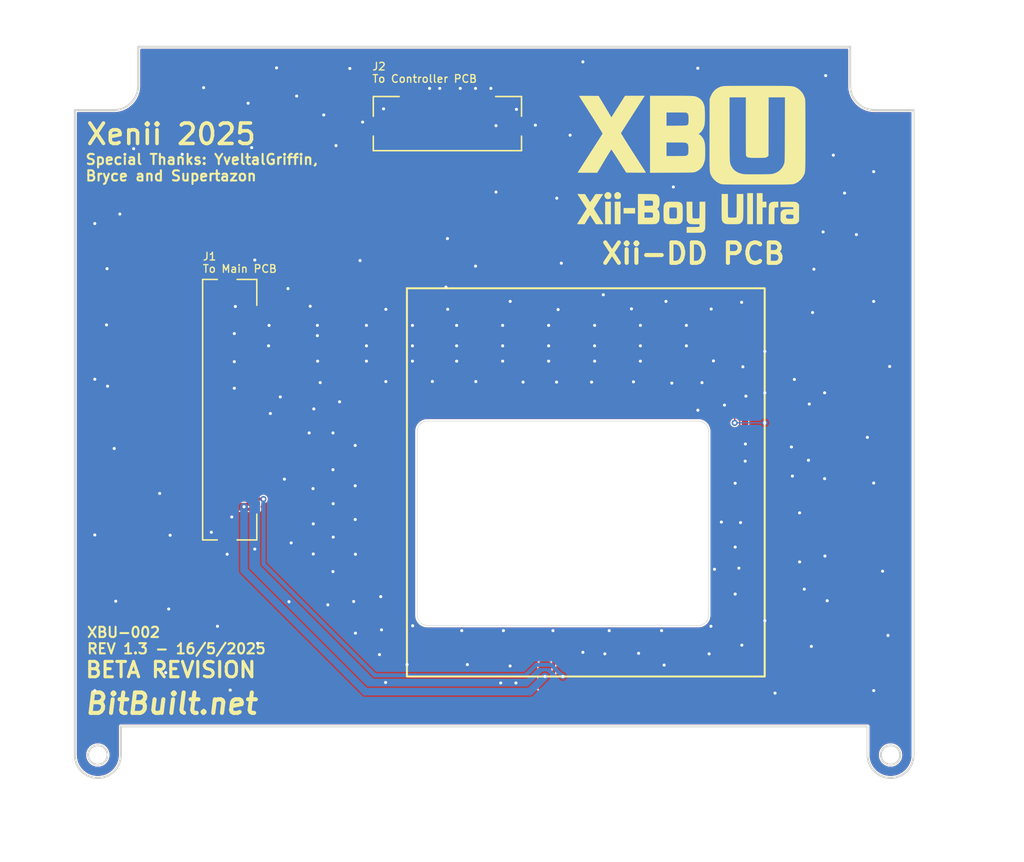
<source format=kicad_pcb>
(kicad_pcb (version 20241229) (generator "pcbnew") (generator_version "9.0")
  (layers (0 "F.Cu" signal) (2 "B.Cu" signal) (13 "F.Paste" user) (15 "B.Paste" user) (5 "F.SilkS" user "F.Silkscreen") (7 "B.SilkS" user "B.Silkscreen") (1 "F.Mask" user) (3 "B.Mask" user) (25 "Edge.Cuts" user))
  (net 0 "")
  (net 1 "GND")
  (net 2 "+1V8")
  (net 3 "R-")
  (net 4 "L+")
  (net 5 "LT")
  (net 6 "RZ")
  (net 7 "L-")
  (net 8 "R+")
  (net 9 "RT")
  (net 10 "LZ")
  (net 11 "L")
  (net 12 "GCC")
  (net 13 "R")
  (net 14 "+3V3")
  (net 15 "54")
  (net 16 "SDW")
  (net 17 "V6")
  (net 18 "CK")
  (net 19 "V7")
  (net 20 "V4")
  (net 21 "V0")
  (net 22 "V5")
  (net 23 "CS")
  (net 24 "V1")
  (net 25 "V3")
  (net 26 "DI")
  (net 27 "SCW")
  (net 28 "V2")
  (footprint "5051104091:CON_5051104091_MOL" (layer "F.Cu") (at 140.2 86.8 -90)
    (property "Reference" "J1" (hide yes))
    (property "Value" "5051104091" (hide yes))
    (pad "1" smd roundrect (at -9.750001 -2.45 270) (size 0.3 1) (layers "F.Cu" "F.Mask" "F.Paste") (net 1 "GND"))
    (pad "2" smd roundrect (at -9.250002 -2.45 270) (size 0.3 1) (layers "F.Cu" "F.Mask" "F.Paste") (net 21 "V0"))
    (pad "3" smd roundrect (at -8.75 -2.45 270) (size 0.3 1) (layers "F.Cu" "F.Mask" "F.Paste") (net 25 "V3"))
    (pad "4" smd roundrect (at -8.250001 -2.45 270) (size 0.3 1) (layers "F.Cu" "F.Mask" "F.Paste") (net 1 "GND"))
    (pad "5" smd roundrect (at -7.75 -2.45 270) (size 0.3 1) (layers "F.Cu" "F.Mask" "F.Paste") (net 15 "54"))
    (pad "6" smd roundrect (at -7.250001 -2.45 270) (size 0.3 1) (layers "F.Cu" "F.Mask" "F.Paste") (net 1 "GND"))
    (pad "7" smd roundrect (at -6.750002 -2.45 270) (size 0.3 1) (layers "F.Cu" "F.Mask" "F.Paste") (net 19 "V7"))
    (pad "8" smd roundrect (at -6.25 -2.45 270) (size 0.3 1) (layers "F.Cu" "F.Mask" "F.Paste") (net 1 "GND"))
    (pad "9" smd roundrect (at -5.750001 -2.45 270) (size 0.3 1) (layers "F.Cu" "F.Mask" "F.Paste") (net 16 "SDW"))
    (pad "10" smd roundrect (at -5.250002 -2.45 270) (size 0.3 1) (layers "F.Cu" "F.Mask" "F.Paste") (net 27 "SCW"))
    (pad "11" smd roundrect (at -4.750001 -2.45 270) (size 0.3 1) (layers "F.Cu" "F.Mask" "F.Paste") (net 1 "GND"))
    (pad "12" smd roundrect (at -4.250002 -2.45 270) (size 0.3 1) (layers "F.Cu" "F.Mask" "F.Paste") (net 17 "V6"))
    (pad "13" smd roundrect (at -3.75 -2.45 270) (size 0.3 1) (layers "F.Cu" "F.Mask" "F.Paste") (net 23 "CS"))
    (pad "14" smd roundrect (at -3.250001 -2.45 270) (size 0.3 1) (layers "F.Cu" "F.Mask" "F.Paste") (net 22 "V5"))
    (pad "15" smd roundrect (at -2.750002 -2.45 270) (size 0.3 1) (layers "F.Cu" "F.Mask" "F.Paste") (net 20 "V4"))
    (pad "16" smd roundrect (at -2.250001 -2.45 270) (size 0.3 1) (layers "F.Cu" "F.Mask" "F.Paste") (net 28 "V2"))
    (pad "17" smd roundrect (at -1.750002 -2.45 270) (size 0.3 1) (layers "F.Cu" "F.Mask" "F.Paste") (net 24 "V1"))
    (pad "18" smd roundrect (at -1.25 -2.45 270) (size 0.3 1) (layers "F.Cu" "F.Mask" "F.Paste") (net 1 "GND"))
    (pad "19" smd roundrect (at -0.750001 -2.45 270) (size 0.3 1) (layers "F.Cu" "F.Mask" "F.Paste") (net 26 "DI"))
    (pad "20" smd roundrect (at -0.250002 -2.45 270) (size 0.3 1) (layers "F.Cu" "F.Mask" "F.Paste") (net 18 "CK"))
    (pad "21" smd roundrect (at 0.25 -2.45 270) (size 0.3 1) (layers "F.Cu" "F.Mask" "F.Paste") (net 1 "GND"))
    (pad "22" smd roundrect (at 0.749998 -2.45 270) (size 0.3 1) (layers "F.Cu" "F.Mask" "F.Paste") (net 7 "L-"))
    (pad "23" smd roundrect (at 1.25 -2.45 270) (size 0.3 1) (layers "F.Cu" "F.Mask" "F.Paste") (net 4 "L+"))
    (pad "24" smd roundrect (at 1.749999 -2.45 270) (size 0.3 1) (layers "F.Cu" "F.Mask" "F.Paste") (net 1 "GND"))
    (pad "25" smd roundrect (at 2.249998 -2.45 270) (size 0.3 1) (layers "F.Cu" "F.Mask" "F.Paste") (net 3 "R-"))
    (pad "26" smd roundrect (at 2.75 -2.45 270) (size 0.3 1) (layers "F.Cu" "F.Mask" "F.Paste") (net 8 "R+"))
    (pad "27" smd roundrect (at 3.249999 -2.45 270) (size 0.3 1) (layers "F.Cu" "F.Mask" "F.Paste") (net 1 "GND"))
    (pad "28" smd roundrect (at 3.75 -2.45 270) (size 0.3 1) (layers "F.Cu" "F.Mask" "F.Paste") (net 11 "L"))
    (pad "29" smd roundrect (at 4.249999 -2.45 270) (size 0.3 1) (layers "F.Cu" "F.Mask" "F.Paste") (net 5 "LT"))
    (pad "30" smd roundrect (at 4.749998 -2.45 270) (size 0.3 1) (layers "F.Cu" "F.Mask" "F.Paste") (net 10 "LZ"))
    (pad "31" smd roundrect (at 5.25 -2.45 270) (size 0.3 1) (layers "F.Cu" "F.Mask" "F.Paste") (net 1 "GND"))
    (pad "32" smd roundrect (at 5.749999 -2.45 270) (size 0.3 1) (layers "F.Cu" "F.Mask" "F.Paste") (net 12 "GCC"))
    (pad "33" smd roundrect (at 6.25 -2.45 270) (size 0.3 1) (layers "F.Cu" "F.Mask" "F.Paste") (net 1 "GND"))
    (pad "34" smd roundrect (at 6.749999 -2.45 270) (size 0.3 1) (layers "F.Cu" "F.Mask" "F.Paste") (net 13 "R"))
    (pad "35" smd roundrect (at 7.249998 -2.45 270) (size 0.3 1) (layers "F.Cu" "F.Mask" "F.Paste") (net 9 "RT"))
    (pad "36" smd roundrect (at 7.75 -2.45 270) (size 0.3 1) (layers "F.Cu" "F.Mask" "F.Paste") (net 6 "RZ"))
    (pad "37" smd roundrect (at 8.249999 -2.45 270) (size 0.3 1) (layers "F.Cu" "F.Mask" "F.Paste") (net 1 "GND"))
    (pad "38" smd roundrect (at 8.75 -2.45 270) (size 0.3 1) (layers "F.Cu" "F.Mask" "F.Paste") (net 2 "+1V8"))
    (pad "39" smd roundrect (at 9.249999 -2.45 270) (size 0.3 1) (layers "F.Cu" "F.Mask" "F.Paste") (net 14 "+3V3"))
    (pad "40" smd roundrect (at 9.749998 -2.45 270) (size 0.3 1) (layers "F.Cu" "F.Mask" "F.Paste") (net 14 "+3V3"))
    (pad "P1" smd roundrect (at -12.049981 0.249999 270) (size 2 1.3) (layers "F.Cu" "F.Mask" "F.Paste") (roundrect_rratio 0.1923076923) (net 1 "GND"))
    (pad "P2" smd roundrect (at 12.049981 0.249999 270) (size 2 1.3) (layers "F.Cu" "F.Mask" "F.Paste") (roundrect_rratio 0.1923076923) (net 1 "GND"))
  )
  (footprint "5051101892:CON_5051101892_MOL" (layer "F.Cu") (at 161.497 58.796)
    (property "Reference" "J3" (hide yes))
    (property "Value" "5051101892" (hide yes))
    (pad "1" smd roundrect (at -4.249999 -2.45) (size 0.3 1) (layers "F.Cu" "F.Mask" "F.Paste") (net 14 "+3V3"))
    (pad "2" smd roundrect (at -3.75 -2.45) (size 0.3 1) (layers "F.Cu" "F.Mask" "F.Paste") (net 14 "+3V3"))
    (pad "3" smd roundrect (at -3.249999 -2.45) (size 0.3 1) (layers "F.Cu" "F.Mask" "F.Paste") (net 6 "RZ"))
    (pad "4" smd roundrect (at -2.75 -2.45) (size 0.3 1) (layers "F.Cu" "F.Mask" "F.Paste") (net 9 "RT"))
    (pad "5" smd roundrect (at -2.249998 -2.45) (size 0.3 1) (layers "F.Cu" "F.Mask" "F.Paste") (net 13 "R"))
    (pad "6" smd roundrect (at -1.749999 -2.45) (size 0.3 1) (layers "F.Cu" "F.Mask" "F.Paste") (net 1 "GND"))
    (pad "7" smd roundrect (at -1.25 -2.45) (size 0.3 1) (layers "F.Cu" "F.Mask" "F.Paste") (net 12 "GCC"))
    (pad "8" smd roundrect (at -0.749998 -2.45) (size 0.3 1) (layers "F.Cu" "F.Mask" "F.Paste") (net 1 "GND"))
    (pad "9" smd roundrect (at -0.25 -2.45) (size 0.3 1) (layers "F.Cu" "F.Mask" "F.Paste") (net 10 "LZ"))
    (pad "10" smd roundrect (at 0.250002 -2.45) (size 0.3 1) (layers "F.Cu" "F.Mask" "F.Paste") (net 5 "LT"))
    (pad "11" smd roundrect (at 0.750001 -2.45) (size 0.3 1) (layers "F.Cu" "F.Mask" "F.Paste") (net 11 "L"))
    (pad "12" smd roundrect (at 1.25 -2.45) (size 0.3 1) (layers "F.Cu" "F.Mask" "F.Paste") (net 1 "GND"))
    (pad "13" smd roundrect (at 1.750002 -2.45) (size 0.3 1) (layers "F.Cu" "F.Mask" "F.Paste") (net 8 "R+"))
    (pad "14" smd roundrect (at 2.250001 -2.45) (size 0.3 1) (layers "F.Cu" "F.Mask" "F.Paste") (net 3 "R-"))
    (pad "15" smd roundrect (at 2.750002 -2.45) (size 0.3 1) (layers "F.Cu" "F.Mask" "F.Paste") (net 1 "GND"))
    (pad "16" smd roundrect (at 3.250001 -2.45) (size 0.3 1) (layers "F.Cu" "F.Mask" "F.Paste") (net 4 "L+"))
    (pad "17" smd roundrect (at 3.75 -2.45) (size 0.3 1) (layers "F.Cu" "F.Mask" "F.Paste") (net 7 "L-"))
    (pad "18" smd roundrect (at 4.250002 -2.45) (size 0.3 1) (layers "F.Cu" "F.Mask" "F.Paste") (net 1 "GND"))
    (pad "P1" smd roundrect (at -6.549992 0.249999) (size 2 1.3) (layers "F.Cu" "F.Mask" "F.Paste") (roundrect_rratio 0.1923076923) (net 1 "GND"))
    (pad "P2" smd roundrect (at 6.549992 0.249999) (size 2 1.3) (layers "F.Cu" "F.Mask" "F.Paste") (roundrect_rratio 0.1923076923) (net 1 "GND"))
  )
  (footprint "RVLDD:RVLDD_Pads" (layer "F.Cu") (at 192.537 112.917)
    (property "Reference" "U1" (hide yes))
    (property "Value" "~" (hide yes))
    (fp_line (start -34 -24) (end -34 -6) (stroke (width 0.05)) (layer "Edge.Cuts"))
    (fp_line (start -33 -25) (end -6.5 -25) (stroke (width 0.05)) (layer "Edge.Cuts"))
    (fp_line (start -33 -5) (end -6.5 -5) (stroke (width 0.05)) (layer "Edge.Cuts"))
    (fp_line (start -5.5 -24) (end -5.5 -6) (stroke (width 0.05)) (layer "Edge.Cuts"))
    (fp_arc (start -34 -24) (mid -33.707107 -24.707107) (end -33 -25) (stroke (width 0.05)) (layer "Edge.Cuts"))
    (fp_arc (start -33 -5) (mid -33.707107 -5.292893) (end -34 -6) (stroke (width 0.05)) (layer "Edge.Cuts"))
    (fp_arc (start -6.5 -25) (mid -5.792893 -24.707107) (end -5.5 -24) (stroke (width 0.05)) (layer "Edge.Cuts"))
    (fp_arc (start -5.5 -6) (mid -5.792893 -5.292893) (end -6.5 -5) (stroke (width 0.05)) (layer "Edge.Cuts"))
    (pad "1" smd roundrect (at 0 -24.83) (size 3 1.25) (layers "F.Cu" "F.Mask" "F.Paste") (net 27 "SCW"))
    (pad "2" smd roundrect (at 0 -23.33) (size 3 1.25) (layers "F.Cu" "F.Mask" "F.Paste") (net 19 "V7"))
    (pad "3" smd roundrect (at 0 -21.83) (size 3 1.25) (layers "F.Cu" "F.Mask" "F.Paste") (net 16 "SDW"))
    (pad "4" smd roundrect (at 0 -20.33) (size 3 1.25) (layers "F.Cu" "F.Mask" "F.Paste") (net 17 "V6"))
    (pad "5" smd roundrect (at 0 -18.83) (size 3 1.25) (layers "F.Cu" "F.Mask" "F.Paste") (net 1 "GND"))
    (pad "6" smd roundrect (at 0 -17.33) (size 3 1.25) (layers "F.Cu" "F.Mask" "F.Paste") (net 15 "54"))
    (pad "7" smd roundrect (at 0 -15.83) (size 3 1.25) (layers "F.Cu" "F.Mask" "F.Paste") (net 23 "CS"))
    (pad "8" smd roundrect (at 0 -14.33) (size 3 1.25) (layers "F.Cu" "F.Mask" "F.Paste") (net 22 "V5"))
    (pad "9" smd roundrect (at 0 -12.83) (size 3 1.25) (layers "F.Cu" "F.Mask" "F.Paste") (net 25 "V3"))
    (pad "10" smd roundrect (at 0 -11.33) (size 3 1.25) (layers "F.Cu" "F.Mask" "F.Paste") (net 20 "V4"))
    (pad "11" smd roundrect (at 0 -9.83 180) (size 3 1.25) (layers "F.Cu" "F.Mask" "F.Paste") (net 28 "V2"))
    (pad "12" smd roundrect (at 0 -8.33 180) (size 3 1.25) (layers "F.Cu" "F.Mask" "F.Paste") (net 21 "V0"))
    (pad "13" smd roundrect (at 0 -6.83 180) (size 3 1.25) (layers "F.Cu" "F.Mask" "F.Paste") (net 24 "V1"))
    (pad "14" smd roundrect (at -14.75 0 90) (size 3 1.25) (layers "F.Cu" "F.Mask" "F.Paste") (net 18 "CK"))
    (pad "15" smd roundrect (at -16.5 0 90) (size 3 1.25) (layers "F.Cu" "F.Mask" "F.Paste") (net 26 "DI"))
    (pad "16" smd roundrect (at -19.75 0 90) (size 3 1.25) (layers "F.Cu" "F.Mask" "F.Paste") (net 2 "+1V8"))
    (pad "17" smd roundrect (at -21.5 0 90) (size 3 1.25) (layers "F.Cu" "F.Mask" "F.Paste") (net 14 "+3V3"))
    (pad "18" smd roundrect (at -23.25 0 90) (size 3 1.25) (layers "F.Cu" "F.Mask" "F.Paste") (net 1 "GND"))
  )
  (footprint "LOGO" (layer "F.Cu") (at 185.437508 62.39753)
    (property "Reference" "G***" (hide yes))
    (property "Value" "LOGO" (hide yes))
  )
  (gr_line (start 125.05 57.475) (end 125.05 120.6) (stroke (width 0.2)) (layer "Edge.Cuts"))
  (gr_line (start 129.55 120.6) (end 129.55 117.8) (stroke (width 0.2)) (layer "Edge.Cuts"))
  (gr_line (start 202.6 117.8) (end 202.599999 120.599997) (stroke (width 0.2)) (layer "Edge.Cuts"))
  (gr_arc (start 131.25 55.079886) (mid 130.548785 56.770324) (end 128.849993 57.475) (stroke (width 0.2)) (layer "Edge.Cuts"))
  (gr_circle (center 204.85 120.6) (end 204.85 121.55) (stroke (width 0.2)) (fill no) (layer "Edge.Cuts"))
  (gr_line (start 128.849993 57.475) (end 125.05 57.475) (stroke (width 0.2)) (layer "Edge.Cuts"))
  (gr_line (start 200.9 51.275) (end 131.25 51.275) (stroke (width 0.2)) (layer "Edge.Cuts"))
  (gr_line (start 207.1 120.599998) (end 207.1 57.475) (stroke (width 0.2)) (layer "Edge.Cuts"))
  (gr_arc (start 207.1 120.599998) (mid 204.85 122.849999) (end 202.599999 120.599997) (stroke (width 0.2)) (layer "Edge.Cuts"))
  (gr_line (start 129.55 117.8) (end 202.6 117.8) (stroke (width 0.2)) (layer "Edge.Cuts"))
  (gr_line (start 200.9 55.075034) (end 200.9 51.275) (stroke (width 0.2)) (layer "Edge.Cuts"))
  (gr_line (start 207.1 57.475) (end 203.28422 57.475) (stroke (width 0.2)) (layer "Edge.Cuts"))
  (gr_arc (start 129.55 120.6) (mid 127.3 122.85) (end 125.05 120.6) (stroke (width 0.2)) (layer "Edge.Cuts"))
  (gr_circle (center 127.3 120.6) (end 127.3 121.55) (stroke (width 0.2)) (fill no) (layer "Edge.Cuts"))
  (gr_line (start 131.25 51.275) (end 131.25 55.079886) (stroke (width 0.2)) (layer "Edge.Cuts"))
  (gr_arc (start 203.28422 57.475) (mid 201.608526 56.777662) (end 200.9 55.075034) (stroke (width 0.2)) (layer "Edge.Cuts"))
  (gr_text "XBU-002         \nREV 1.3 - 16/5/2025" (at 126.14 110.79 0) (layer "F.SilkS") (effects (font (size 1 1) (thickness 0.2) (bold yes)) (justify left bottom)))
  (gr_text "Xii-DD PCB" (at 176.39 72.69 0) (layer "F.SilkS") (effects (font (size 2 2) (thickness 0.4) (bold yes)) (justify left bottom)))
  (gr_text "BitBuilt.net" (at 125.861 116.745 0) (layer "F.SilkS") (effects (font (size 2 2) (thickness 0.4) (bold yes) (italic yes)) (justify left bottom)))
  (gr_text "J2\nTo Controller PCB" (at 154.08 54.85 0) (layer "F.SilkS") (effects (font (size 0.75 0.75) (thickness 0.125) (bold yes)) (justify left bottom)))
  (gr_text "Xenii 2025" (at 126 61 0) (layer "F.SilkS") (effects (font (size 2 2) (thickness 0.35) (bold yes)) (justify left bottom)))
  (gr_text "BETA REVISION" (at 125.95 113.14 0) (layer "F.SilkS") (effects (font (size 1.5 1.5) (thickness 0.3) (bold yes)) (justify left bottom)))
  (gr_text "Special Thanks: YveltalGriffin,\nBryce and Supertazon" (at 126 64.5 0) (layer "F.SilkS") (effects (font (size 1 1) (thickness 0.2) (bold yes)) (justify left bottom)))
  (gr_text "J1\nTo Main PCB" (at 137.5 73.45 0) (layer "F.SilkS") (effects (font (size 0.75 0.75) (thickness 0.125) (bold yes)) (justify left bottom)))
  (via (at 158.075 78.55) (size 0.6) (drill 0.3) (layers "F.Cu" "B.Cu") (net 1))
  (via (at 189.65 94) (size 0.6) (drill 0.3) (layers "F.Cu" "B.Cu") (net 1))
  (via (at 162.4 80.55) (size 0.6) (drill 0.3) (layers "F.Cu" "B.Cu") (net 1))
  (via (at 198.4 93.55) (size 0.6) (drill 0.3) (layers "F.Cu" "B.Cu") (net 1))
  (via (at 196.9 86.25) (size 0.6) (drill 0.3) (layers "F.Cu" "B.Cu") (net 1))
  (via (at 148.375 97.975) (size 0.6) (drill 0.3) (layers "F.Cu" "B.Cu") (net 1))
  (via (at 144.175 87.175) (size 0.6) (drill 0.3) (layers "F.Cu" "B.Cu") (net 1))
  (via (at 166.25 65.5) (size 0.6) (drill 0.3) (layers "F.Cu" "B.Cu") (net 1))
  (via (at 140.75 76.7) (size 0.6) (drill 0.3) (layers "F.Cu" "B.Cu") (net 1))
  (via (at 189.65 104.85) (size 0.6) (drill 0.3) (layers "F.Cu" "B.Cu") (net 1))
  (via (at 174.75 52.75) (size 0.6) (drill 0.3) (layers "F.Cu" "B.Cu") (net 1))
  (via (at 204.76 82.57) (size 0.6) (drill 0.3) (layers "F.Cu" "B.Cu") (net 1))
  (via (at 140.65 84.7) (size 0.6) (drill 0.3) (layers "F.Cu" "B.Cu") (net 1))
  (via (at 171.4 80.55) (size 0.6) (drill 0.3) (layers "F.Cu" "B.Cu") (net 1))
  (via (at 166.9 80.55) (size 0.6) (drill 0.3) (layers "F.Cu" "B.Cu") (net 1))
  (via (at 187.3 76.95) (size 0.6) (drill 0.3) (layers "F.Cu" "B.Cu") (net 1))
  (via (at 130.8 61.25) (size 0.6) (drill 0.3) (layers "F.Cu" "B.Cu") (net 1))
  (via (at 158.1 107.95) (size 0.6) (drill 0.3) (layers "F.Cu" "B.Cu") (net 1))
  (via (at 195.25 93.3) (size 0.6) (drill 0.3) (layers "F.Cu" "B.Cu") (net 1))
  (via (at 197.1 109.97) (size 0.6) (drill 0.3) (layers "F.Cu" "B.Cu") (net 1))
  (via (at 195.15 90.45) (size 0.6) (drill 0.3) (layers "F.Cu" "B.Cu") (net 1))
  (via (at 198.43 101.13) (size 0.6) (drill 0.3) (layers "F.Cu" "B.Cu") (net 1))
  (via (at 148.8 82.05) (size 0.6) (drill 0.3) (layers "F.Cu" "B.Cu") (net 1))
  (via (at 158.075 82.05) (size 0.6) (drill 0.3) (layers "F.Cu" "B.Cu") (net 1))
  (via (at 158.075 80.55) (size 0.6) (drill 0.3) (layers "F.Cu" "B.Cu") (net 1))
  (via (at 203.2 114.3) (size 0.6) (drill 0.3) (layers "F.Cu" "B.Cu") (net 1))
  (via (at 128.9 90.6) (size 0.6) (drill 0.3) (layers "F.Cu" "B.Cu") (net 1))
  (via (at 166.9 82.05) (size 0.6) (drill 0.3) (layers "F.Cu" "B.Cu") (net 1))
  (via (at 146.21 99.84) (size 0.6) (drill 0.3) (layers "F.Cu" "B.Cu") (net 1))
  (via (at 183.6 65) (size 0.6) (drill 0.3) (layers "F.Cu" "B.Cu") (net 1))
  (via (at 171.825 108.425) (size 0.6) (drill 0.3) (layers "F.Cu" "B.Cu") (net 1))
  (via (at 140.4 97.3) (size 0.6) (drill 0.3) (layers "F.Cu" "B.Cu") (net 1))
  (via (at 164.25 55.35) (size 0.6) (drill 0.3) (layers "F.Cu" "B.Cu") (net 1))
  (via (at 187.525 82.025) (size 0.6) (drill 0.3) (layers "F.Cu" "B.Cu") (net 1))
  (via (at 150.325 96) (size 0.6) (drill 0.3) (layers "F.Cu" "B.Cu") (net 1))
  (via (at 196.41 104.37) (size 0.6) (drill 0.3) (layers "F.Cu" "B.Cu") (net 1))
  (via (at 172.325 77) (size 0.6) (drill 0.3) (layers "F.Cu" "B.Cu") (net 1))
  (via (at 168.2 113.55) (size 0.6) (drill 0.3) (layers "F.Cu" "B.Cu") (net 1))
  (via (at 152.475 97.55) (size 0.6) (drill 0.3) (layers "F.Cu" "B.Cu") (net 1))
  (via (at 184.875 80.55) (size 0.6) (drill 0.3) (layers "F.Cu" "B.Cu") (net 1))
  (via (at 155.475 76.975) (size 0.6) (drill 0.3) (layers "F.Cu" "B.Cu") (net 1))
  (via (at 161.35 74.8) (size 0.6) (drill 0.3) (layers "F.Cu" "B.Cu") (net 1))
  (via (at 129.05 105.55) (size 0.6) (drill 0.3) (layers "F.Cu" "B.Cu") (net 1))
  (via (at 187.625 102.425) (size 0.6) (drill 0.3) (layers "F.Cu" "B.Cu") (net 1))
  (via (at 152.475 90.3) (size 0.6) (drill 0.3) (layers "F.Cu" "B.Cu") (net 1))
  (via (at 175.9 82.05) (size 0.6) (drill 0.3) (layers "F.Cu" "B.Cu") (net 1))
  (via (at 148.775 79.55) (size 0.6) (drill 0.3) (layers "F.Cu" "B.Cu") (net 1))
  (via (at 190.4 82.6) (size 0.6) (drill 0.3) (layers "F.Cu" "B.Cu") (net 1))
  (via (at 197.35 73.05) (size 0.6) (drill 0.3) (layers "F.Cu" "B.Cu") (net 1))
  (via (at 140.65 79.35) (size 0.6) (drill 0.3) (layers "F.Cu" "B.Cu") (net 1))
  (via (at 128.2 73) (size 0.6) (drill 0.3) (layers "F.Cu" "B.Cu") (net 1))
  (via (at 128.25 84.5) (size 0.6) (drill 0.3) (layers "F.Cu" "B.Cu") (net 1))
  (via (at 200.35 65.6) (size 0.6) (drill 0.3) (layers "F.Cu" "B.Cu") (net 1))
  (via (at 152.95 72.2) (size 0.6) (drill 0.3) (layers "F.Cu" "B.Cu") (net 1))
  (via (at 160.025 84.040499) (size 0.6) (drill 0.3) (layers "F.Cu" "B.Cu") (net 1))
  (via (at 175.6 84.1) (size 0.6) (drill 0.3) (layers "F.Cu" "B.Cu") (net 1))
  (via (at 142.93 109.67) (size 0.6) (drill 0.3) (layers "F.Cu" "B.Cu") (net 1))
  (via (at 160.75 55.35) (size 0.6) (drill 0.3) (layers "F.Cu" "B.Cu") (net 1))
  (via (at 154.975 105.1) (size 0.6) (drill 0.3) (layers "F.Cu" "B.Cu") (net 1))
  (via (at 192.55 107.45) (size 0.6) (drill 0.3) (layers "F.Cu" "B.Cu") (net 1))
  (via (at 172.2 66.1) (size 0.6) (drill 0.3) (layers "F.Cu" "B.Cu") (net 1))
  (via (at 203.2 63.5) (size 0.6) (drill 0.3) (layers "F.Cu" "B.Cu") (net 1))
  (via (at 127 83.82) (size 0.6) (drill 0.3) (layers "F.Cu" "B.Cu") (net 1))
  (via (at 182.45 108.425) (size 0.6) (drill 0.3) (layers "F.Cu" "B.Cu") (net 1))
  (via (at 172.64 72.46) (size 0.6) (drill 0.3) (layers "F.Cu" "B.Cu") (net 1))
  (via (at 166.25 59) (size 0.6) (drill 0.3) (layers "F.Cu" "B.Cu") (net 1))
  (via (at 175.9 78.55) (size 0.6) (drill 0.3) (layers "F.Cu" "B.Cu") (net 1))
  (via (at 149.4 57.95) (size 0.6) (drill 0.3) (layers "F.Cu" "B.Cu") (net 1))
  (via (at 164.275 84.05) (size 0.6) (drill 0.3) (layers "F.Cu" "B.Cu") (net 1))
  (via (at 179.7 84.075) (size 0.6) (drill 0.3) (layers "F.Cu" "B.Cu") (net 1))
  (via (at 190.28 76.29) (size 0.6) (drill 0.3) (layers "F.Cu" "B.Cu") (net 1))
  (via (at 150.3 89.075) (size 0.6) (drill 0.3) (layers "F.Cu" "B.Cu") (net 1))
  (via (at 168.9 84.1) (size 0.6) (drill 0.3) (layers "F.Cu" "B.Cu") (net 1))
  (via (at 166.71 113.55) (size 0.6) (drill 0.3) (layers "F.Cu" "B.Cu") (net 1))
  (via (at 142 56.8) (size 0.6) (drill 0.3) (layers "F.Cu" "B.Cu") (net 1))
  (via (at 182.88 76.2) (size 0.6) (drill 0.3) (layers "F.Cu" "B.Cu") (net 1))
  (via (at 144.05 78.55) (size 0.6) (drill 0.3) (layers "F.Cu" "B.Cu") (net 1))
  (via (at 198.5 54.1) (size 0.6) (drill 0.3) (layers "F.Cu" "B.Cu") (net 1))
  (via (at 162.4 78.55) (size 0.6) (drill 0.3) (layers "F.Cu" "B.Cu") (net 1))
  (via (at 148.075 76.675) (size 0.6) (drill 0.3) (layers "F.Cu" "B.Cu") (net 1))
  (via (at 171.4 78.55) (size 0.6) (drill 0.3) (layers "F.Cu" "B.Cu") (net 1))
  (via (at 150.95 86.025) (size 0.6) (drill 0.3) (layers "F.Cu" "B.Cu") (net 1))
  (via (at 127 114.3) (size 0.6) (drill 0.3) (layers "F.Cu" "B.Cu") (net 1))
  (via (at 128.15 78.5) (size 0.6) (drill 0.3) (layers "F.Cu" "B.Cu") (net 1))
  (via (at 133.94 112.54) (size 0.6) (drill 0.3) (layers "F.Cu" "B.Cu") (net 1))
  (via (at 187.275 108) (size 0.6) (drill 0.3) (layers "F.Cu" "B.Cu") (net 1))
  (via (at 150.3 102.65) (size 0.6) (drill 0.3) (layers "F.Cu" "B.Cu") (net 1))
  (via (at 189.65 100.25) (size 0.6) (drill 0.3) (layers "F.Cu" "B.Cu") (net 1))
  (via (at 198.25 69.4) (size 0.6) (drill 0.3) (layers "F.Cu" "B.Cu") (net 1))
  (via (at 188.6 86.35) (size 0.6) (drill 0.3) (layers "F.Cu" "B.Cu") (net 1))
  (via (at 180.375 78.55) (size 0.6) (drill 0.3) (layers "F.Cu" "B.Cu") (net 1))
  (via (at 176.75 75.55) (size 0.6) (drill 0.3) (layers "F.Cu" "B.Cu") (net 1))
  (via (at 140.65 82.1) (size 0.6) (drill 0.3) (layers "F.Cu" "B.Cu") (net 1))
  (via (at 154.85 110.775) (size 0.6) (drill 0.3) (layers "F.Cu" "B.Cu") (net 1))
  (via (at 166.9 78.55) (size 0.6) (drill 0.3) (layers "F.Cu" "B.Cu") (net 1))
  (via (at 153.2 58.65) (size 0.6) (drill 0.3) (layers "F.Cu" "B.Cu") (net 1))
  (via (at 146.75 56.1) (size 0.6) (drill 0.3) (layers "F.Cu" "B.Cu") (net 1))
  (via (at 134.37 99.09) (size 0.6) (drill 0.3) (layers "F.Cu" "B.Cu") (net 1))
  (via (at 201.51 69.66) (size 0.6) (drill 0.3) (layers "F.Cu" "B.Cu") (net 1))
  (via (at 167.64 76.2) (size 0.6) (drill 0.3) (layers "F.Cu" "B.Cu") (net 1))
  (via (at 186 86.85) (size 0.6) (drill 0.3) (layers "F.Cu" "B.Cu") (net 1))
  (via (at 195.95 96.9) (size 0.6) (drill 0.3) (layers "F.Cu" "B.Cu") (net 1))
  (via (at 152.5 100.95) (size 0.6) (drill 0.3) (layers "F.Cu" "B.Cu") (net 1))
  (via (at 142.65 100.45) (size 0.6) (drill 0.3) (layers "F.Cu" "B.Cu") (net 1))
  (via (at 190.63 91.84) (size 0.6) (drill 0.3) (layers "F.Cu" "B.Cu") (net 1))
  (via (at 197.22 77.29) (size 0.6) (drill 0.3) (layers "F.Cu" "B.Cu") (net 1))
  (via (at 199.25 61.89) (size 0.6) (drill 0.3) (layers "F.Cu" "B.Cu") (net 1))
  (via (at 173.5 59.93) (size 0.6) (drill 0.3) (layers "F.Cu" "B.Cu") (net 1))
  (via (at 179.5 76.925) (size 0.6) (drill 0.3) (layers "F.Cu" "B.Cu") (net 1))
  (via (at 155.45 113.5) (size 0.6) (drill 0.3) (layers "F.Cu" "B.Cu") (net 1))
  (via (at 147.975 89.075) (size 0.6) (drill 0.3) (layers "F.Cu" "B.Cu") (net 1))
  (via (at 190.3 109.85) (size 0.6) (drill 0.3) (layers "F.Cu" "B.Cu") (net 1))
  (via (at 157.55 111.75) (size 0.6) (drill 0.3) (layers "F.Cu" "B.Cu") (net 1))
  (via (at 127 68.58) (size 0.6) (drill 0.3) (layers "F.Cu" "B.Cu") (net 1))
  (via (at 145.55 93.6) (size 0.6) (drill 0.3) (layers "F.Cu" "B.Cu") (net 1))
  (via (at 161.5 70.05) (size 0.6) (drill 0.3) (layers "F.Cu" "B.Cu") (net 1))
  (via (at 203.2 93.98) (size 0.6) (drill 0.3) (layers "F.Cu" "B.Cu") (net 1))
  (via (at 202.58 89.51) (size 0.6) (drill 0.3) (layers "F.Cu" "B.Cu") (net 1))
  (via (at 190.01 102.31) (size 0.6) (drill 0.3) (layers "F.Cu" "B.Cu") (net 1))
  (via (at 153.575 78.55) (size 0.6) (drill 0.3) (layers "F.Cu" "B.Cu") (net 1))
  (via (at 149.8 105.9) (size 0.6) (drill 0.3) (layers "F.Cu" "B.Cu") (net 1))
  (via (at 129.45 67.65) (size 0.6) (drill 0.3) (layers "F.Cu" "B.Cu") (net 1))
  (via (at 182.7 111.8) (size 0.6) (drill 0.3) (layers "F.Cu" "B.Cu") (net 1))
  (via (at 204.07 102.61) (size 0.6) (drill 0.3) (layers "F.Cu" "B.Cu") (net 1))
  (via (at 190.7 85.475) (size 0.6) (drill 0.3) (layers "F.Cu" "B.Cu") (net 1))
  (via (at 142.65 72.15) (size 0.6) (drill 0.3) (layers "F.Cu" "B.Cu") (net 1))
  (via (at 161.525 76.975) (size 0.6) (drill 0.3) (layers "F.Cu" "B.Cu") (net 1))
  (via (at 190.175 97.85) (size 0.6) (drill 0.3) (layers "F.Cu" "B.Cu") (net 1))
  (via (at 148.375 100.925) (size 0.6) (drill 0.3) (layers "F.Cu" "B.Cu") (net 1))
  (via (at 145.9 74.95) (size 0.6) (drill 0.3) (layers "F.Cu" "B.Cu") (net 1))
  (via (at 153.575 82.05) (size 0.6) (drill 0.3) (layers "F.Cu" "B.Cu") (net 1))
  (via (at 168.25 57.4) (size 0.6) (drill 0.3) (layers "F.Cu" "B.Cu") (net 1))
  (via (at 152.5 108.675) (size 0.6) (drill 0.3) (layers "F.Cu" "B.Cu") (net 1))
  (via (at 180.2 110.65) (size 0.6) (drill 0.3) (layers "F.Cu" "B.Cu") (net 1))
  (via (at 148.775 78.55) (size 0.6) (drill 0.3) (layers "F.Cu" "B.Cu") (net 1))
  (via (at 180.375 80.55) (size 0.6) (drill 0.3) (layers "F.Cu" "B.Cu") (net 1))
  (via (at 177.325 108.425) (size 0.6) (drill 0.3) (layers "F.Cu" "B.Cu") (net 1))
  (via (at 166.975 108.425) (size 0.6) (drill 0.3) (layers "F.Cu" "B.Cu") (net 1))
  (via (at 195.95 101.7) (size 0.6) (drill 0.3) (layers "F.Cu" "B.Cu") (net 1))
  (via (at 164.25 72.75) (size 0.6) (drill 0.3) (layers "F.Cu" "B.Cu") (net 1))
  (via (at 188.3 97.8) (size 0.6) (drill 0.3) (layers "F.Cu" "B.Cu") (net 1))
  (via (at 193.55 114.55) (size 0.6) (drill 0.3) (layers "F.Cu" "B.Cu") (net 1))
  (via (at 150.325 99.275) (size 0.6) (drill 0.3) (layers "F.Cu" "B.Cu") (net 1))
  (via (at 138.4 98.8) (size 0.6) (drill 0.3) (layers "F.Cu" "B.Cu") (net 1))
  (via (at 171.4 82.05) (size 0.6) (drill 0.3) (layers "F.Cu" "B.Cu") (net 1))
  (via (at 159.75 55.35) (size 0.6) (drill 0.3) (layers "F.Cu" "B.Cu") (net 1))
  (via (at 137.65 55.28) (size 0.6) (drill 0.3) (layers "F.Cu" "B.Cu") (net 1))
  (via (at 165.75 55.35) (size 0.6) (drill 0.3) (layers "F.Cu" "B.Cu") (net 1))
  (via (at 146 105.6) (size 0.6) (drill 0.3) (layers "F.Cu" "B.Cu") (net 1))
  (via (at 176.9 110.7) (size 0.6) (drill 0.3) (layers "F.Cu" "B.Cu") (net 1))
  (via (at 149.05 84.15) (size 0.6) (drill 0.3) (layers "F.Cu" "B.Cu") (net 1))
  (via (at 187.1 110.7) (size 0.6) (drill 0.3) (layers "F.Cu" "B.Cu") (net 1))
  (via (at 142.35 61.15) (size 0.6) (drill 0.3) (layers "F.Cu" "B.Cu") (net 1))
  (via (at 150.6 60.95) (size 0.6) (drill 0.3) (layers "F.Cu" "B.Cu") (net 1))
  (via (at 140.25 114.25) (size 0.6) (drill 0.3) (layers "F.Cu" "B.Cu") (net 1))
  (via (at 170.1 58.95) (size 0.6) (drill 0.3) (layers "F.Cu" "B.Cu") (net 1))
  (via (at 184.875 78.55) (size 0.6) (drill 0.3) (layers "F.Cu" "B.Cu") (net 1))
  (via (at 195.44 83.84) (size 0.6) (drill 0.3) (layers "F.Cu" "B.Cu") (net 1))
  (via (at 172.175 84.1) (size 0.6) (drill 0.3) (layers "F.Cu" "B.Cu") (net 1))
  (via (at 153.575 80.55) (size 0.6) (drill 0.3) (layers "F.Cu" "B.Cu") (net 1))
  (via (at 198.4 85.15) (size 0.6) (drill 0.3) (layers "F.Cu" "B.Cu") (net 1))
  (via (at 192.55 85.15) (size 0.6) (drill 0.3) (layers "F.Cu" "B.Cu") (net 1))
  (via (at 203.2 76.2) (size 0.6) (drill 0.3) (layers "F.Cu" "B.Cu") (net 1))
  (via (at 174.75 110.55) (size 0.6) (drill 0.3) (layers "F.Cu" "B.Cu") (net 1))
  (via (at 192.55 81.1) (size 0.6) (drill 0.3) (layers "F.Cu" "B.Cu") (net 1))
  (via (at 155.25 57.35) (size 0.6) (drill 0.3) (layers "F.Cu" "B.Cu") (net 1))
  (via (at 185.99 53.38) (size 0.6) (drill 0.3) (layers "F.Cu" "B.Cu") (net 1))
  (via (at 152.475 94.25) (size 0.6) (drill 0.3) (layers "F.Cu" "B.Cu") (net 1))
  (via (at 190.65 90.16) (size 0.6) (drill 0.3) (layers "F.Cu" "B.Cu") (net 1))
  (via (at 133.35 95) (size 0.6) (drill 0.3) (layers "F.Cu" "B.Cu") (net 1))
  (via (at 162.9 108.425) (size 0.6) (drill 0.3) (layers "F.Cu" "B.Cu") (net 1))
  (via (at 144 80.55) (size 0.6) (drill 0.3) (layers "F.Cu" "B.Cu") (net 1))
  (via (at 186.4 84.15) (size 0.6) (drill 0.3) (layers "F.Cu" "B.Cu") (net 1))
  (via (at 175.9 80.55) (size 0.6) (drill 0.3) (layers "F.Cu" "B.Cu") (net 1))
  (via (at 155.475 84.05) (size 0.6) (drill 0.3) (layers "F.Cu" "B.Cu") (net 1))
  (via (at 139.95 100.95) (size 0.6) (drill 0.3) (layers "F.Cu" "B.Cu") (net 1))
  (via (at 150.3 92.675) (size 0.6) (drill 0.3) (layers "F.Cu" "B.Cu") (net 1))
  (via (at 145.15 85.55) (size 0.6) (drill 0.3) (layers "F.Cu" "B.Cu") (net 1))
  (via (at 127 99.06) (size 0.6) (drill 0.3) (layers "F.Cu" "B.Cu") (net 1))
  (via (at 167.63 111.89) (size 0.6) (drill 0.3) (layers "F.Cu" "B.Cu") (net 1))
  (via (at 204.6 108.9) (size 0.6) (drill 0.3) (layers "F.Cu" "B.Cu") (net 1))
  (via (at 180.375 82.05) (size 0.6) (drill 0.3) (layers "F.Cu" "B.Cu") (net 1))
  (via (at 162.4 82.05) (size 0.6) (drill 0.3) (layers "F.Cu" "B.Cu") (net 1))
  (via (at 163.45 111.75) (size 0.6) (drill 0.3) (layers "F.Cu" "B.Cu") (net 1))
  (via (at 183.45 84.2) (size 0.6) (drill 0.3) (layers "F.Cu" "B.Cu") (net 1))
  (via (at 139 108) (size 0.6) (drill 0.3) (layers "F.Cu" "B.Cu") (net 1))
  (via (at 135.55 61.8) (size 0.6) (drill 0.3) (layers "F.Cu" "B.Cu") (net 1))
  (via (at 148.35 94.525) (size 0.6) (drill 0.3) (layers "F.Cu" "B.Cu") (net 1))
  (via (at 148.425 86.725) (size 0.6) (drill 0.3) (layers "F.Cu" "B.Cu") (net 1))
  (via (at 198.65 105.5) (size 0.6) (drill 0.3) (layers "F.Cu" "B.Cu") (net 1))
  (via (at 162.75 55.35) (size 0.6) (drill 0.3) (layers "F.Cu" "B.Cu") (net 1))
  (via (at 151.95 53.4) (size 0.6) (drill 0.3) (layers "F.Cu" "B.Cu") (net 1))
  (via (at 144.78 53.34) (size 0.6) (drill 0.3) (layers "F.Cu" "B.Cu") (net 1))
  (via (at 134.23 106.31) (size 0.6) (drill 0.3) (layers "F.Cu" "B.Cu") (net 1))
  (via (at 152.325 105.575) (size 0.6) (drill 0.3) (layers "F.Cu" "B.Cu") (net 1))
  (via (at 155.05 108.35) (size 0.6) (drill 0.3) (layers "F.Cu" "B.Cu") (net 1))
  (via (at 196.82 91.75) (size 0.6) (drill 0.3) (layers "F.Cu" "B.Cu") (net 1))
  (segment (start 142.65 95.55) (end 143.5 95.55) (width 0.3) (layer "F.Cu") (net 2))
  (via (at 172.787 112.917) (size 0.6) (drill 0.3) (layers "F.Cu" "B.Cu") (net 2))
  (via (at 143.5 95.55) (size 0.6) (drill 0.3) (layers "F.Cu" "B.Cu") (net 2))
  (segment (start 169.15 112.8) (end 154.4 112.8) (width 0.4) (layer "B.Cu") (net 2))
  (segment (start 143.5 101.9) (end 143.5 95.55) (width 0.4) (layer "B.Cu") (net 2))
  (segment (start 172.787 112.917) (end 171.64 111.77) (width 0.4) (layer "B.Cu") (net 2))
  (segment (start 154.4 112.8) (end 143.5 101.9) (width 0.4) (layer "B.Cu") (net 2))
  (segment (start 170.18 111.77) (end 169.15 112.8) (width 0.4) (layer "B.Cu") (net 2))
  (segment (start 171.64 111.77) (end 170.18 111.77) (width 0.4) (layer "B.Cu") (net 2))
  (segment (start 140.149998 89.049998) (end 142.65 89.049998) (width 0.2) (layer "F.Cu") (net 3))
  (segment (start 136.4 85.3) (end 140.149998 89.049998) (width 0.2) (layer "F.Cu") (net 3))
  (segment (start 156.2 69.3) (end 140.4 69.3) (width 0.2) (layer "F.Cu") (net 3))
  (segment (start 140.4 69.3) (end 136.4 73.3) (width 0.2) (layer "F.Cu") (net 3))
  (segment (start 136.4 73.3) (end 136.4 85.3) (width 0.2) (layer "F.Cu") (net 3))
  (segment (start 163.747001 56.346) (end 163.747001 61.752999) (width 0.2) (layer "F.Cu") (net 3))
  (segment (start 163.747001 61.752999) (end 156.2 69.3) (width 0.2) (layer "F.Cu") (net 3))
  (segment (start 140.55 88.05) (end 142.65 88.05) (width 0.2) (layer "F.Cu") (net 4))
  (segment (start 140.8 70.3) (end 137.4 73.7) (width 0.2) (layer "F.Cu") (net 4))
  (segment (start 137.4 84.9) (end 140.55 88.05) (width 0.2) (layer "F.Cu") (net 4))
  (segment (start 164.747001 62.152999) (end 156.6 70.3) (width 0.2) (layer "F.Cu") (net 4))
  (segment (start 137.4 73.7) (end 137.4 84.9) (width 0.2) (layer "F.Cu") (net 4))
  (segment (start 156.6 70.3) (end 140.8 70.3) (width 0.2) (layer "F.Cu") (net 4))
  (segment (start 164.747001 56.346) (end 164.747001 62.152999) (width 0.2) (layer "F.Cu") (net 4))
  (segment (start 134.5 86.2) (end 139.349999 91.049999) (width 0.2) (layer "F.Cu") (net 5))
  (segment (start 155.4 67.3) (end 139.6 67.3) (width 0.2) (layer "F.Cu") (net 5))
  (segment (start 134.5 72.4) (end 134.5 86.2) (width 0.2) (layer "F.Cu") (net 5))
  (segment (start 139.6 67.3) (end 134.5 72.4) (width 0.2) (layer "F.Cu") (net 5))
  (segment (start 139.349999 91.049999) (end 142.65 91.049999) (width 0.2) (layer "F.Cu") (net 5))
  (segment (start 161.747002 60.952998) (end 155.4 67.3) (width 0.2) (layer "F.Cu") (net 5))
  (segment (start 161.747002 56.346) (end 161.747002 60.952998) (width 0.2) (layer "F.Cu") (net 5))
  (segment (start 158.247001 59.552999) (end 154 63.8) (width 0.2) (layer "F.Cu") (net 6))
  (segment (start 154 63.8) (end 138.2 63.8) (width 0.2) (layer "F.Cu") (net 6))
  (segment (start 137.95 94.55) (end 142.65 94.55) (width 0.2) (layer "F.Cu") (net 6))
  (segment (start 131.1 87.7) (end 137.95 94.55) (width 0.2) (layer "F.Cu") (net 6))
  (segment (start 158.247001 56.346) (end 158.247001 59.552999) (width 0.2) (layer "F.Cu") (net 6))
  (segment (start 131.1 70.9) (end 131.1 87.7) (width 0.2) (layer "F.Cu") (net 6))
  (segment (start 138.2 63.8) (end 131.1 70.9) (width 0.2) (layer "F.Cu") (net 6))
  (segment (start 165.247 56.346) (end 165.247 62.353) (width 0.2) (layer "F.Cu") (net 7))
  (segment (start 141 70.8) (end 137.9 73.9) (width 0.2) (layer "F.Cu") (net 7))
  (segment (start 156.8 70.8) (end 141 70.8) (width 0.2) (layer "F.Cu") (net 7))
  (segment (start 140.749998 87.549998) (end 142.65 87.549998) (width 0.2) (layer "F.Cu") (net 7))
  (segment (start 165.247 62.353) (end 156.8 70.8) (width 0.2) (layer "F.Cu") (net 7))
  (segment (start 137.9 84.7) (end 140.749998 87.549998) (width 0.2) (layer "F.Cu") (net 7))
  (segment (start 137.9 73.9) (end 137.9 84.7) (width 0.2) (layer "F.Cu") (net 7))
  (segment (start 139.95 89.55) (end 142.65 89.55) (width 0.2) (layer "F.Cu") (net 8))
  (segment (start 135.9 73.1) (end 135.9 85.5) (width 0.2) (layer "F.Cu") (net 8))
  (segment (start 135.9 85.5) (end 139.95 89.55) (width 0.2) (layer "F.Cu") (net 8))
  (segment (start 156 68.8) (end 140.2 68.8) (width 0.2) (layer "F.Cu") (net 8))
  (segment (start 163.247002 61.552998) (end 156 68.8) (width 0.2) (layer "F.Cu") (net 8))
  (segment (start 140.2 68.8) (end 135.9 73.1) (width 0.2) (layer "F.Cu") (net 8))
  (segment (start 163.247002 56.346) (end 163.247002 61.552998) (width 0.2) (layer "F.Cu") (net 8))
  (segment (start 154.2 64.3) (end 138.4 64.3) (width 0.2) (layer "F.Cu") (net 9))
  (segment (start 158.747 59.753) (end 154.2 64.3) (width 0.2) (layer "F.Cu") (net 9))
  (segment (start 138.4 64.3) (end 131.6 71.1) (width 0.2) (layer "F.Cu") (net 9))
  (segment (start 131.6 87.5) (end 138.149998 94.049998) (width 0.2) (layer "F.Cu") (net 9))
  (segment (start 158.747 56.346) (end 158.747 59.753) (width 0.2) (layer "F.Cu") (net 9))
  (segment (start 131.6 71.1) (end 131.6 87.5) (width 0.2) (layer "F.Cu") (net 9))
  (segment (start 138.149998 94.049998) (end 142.65 94.049998) (width 0.2) (layer "F.Cu") (net 9))
  (segment (start 161.247 56.346) (end 161.247 60.753) (width 0.2) (layer "F.Cu") (net 10))
  (segment (start 155.2 66.8) (end 139.4 66.8) (width 0.2) (layer "F.Cu") (net 10))
  (segment (start 139.4 66.8) (end 134 72.2) (width 0.2) (layer "F.Cu") (net 10))
  (segment (start 139.149998 91.549998) (end 142.65 91.549998) (width 0.2) (layer "F.Cu") (net 10))
  (segment (start 161.247 60.753) (end 155.2 66.8) (width 0.2) (layer "F.Cu") (net 10))
  (segment (start 134 86.4) (end 139.149998 91.549998) (width 0.2) (layer "F.Cu") (net 10))
  (segment (start 134 72.2) (end 134 86.4) (width 0.2) (layer "F.Cu") (net 10))
  (segment (start 162.247001 56.346) (end 162.247001 61.152999) (width 0.2) (layer "F.Cu") (net 11))
  (segment (start 162.247001 61.152999) (end 155.6 67.8) (width 0.2) (layer "F.Cu") (net 11))
  (segment (start 135 86) (end 139.55 90.55) (width 0.2) (layer "F.Cu") (net 11))
  (segment (start 135 72.6) (end 135 86) (width 0.2) (layer "F.Cu") (net 11))
  (segment (start 139.8 67.8) (end 135 72.6) (width 0.2) (layer "F.Cu") (net 11))
  (segment (start 139.55 90.55) (end 142.65 90.55) (width 0.2) (layer "F.Cu") (net 11))
  (segment (start 155.6 67.8) (end 139.8 67.8) (width 0.2) (layer "F.Cu") (net 11))
  (segment (start 138.749999 92.549999) (end 142.65 92.549999) (width 0.2) (layer "F.Cu") (net 12))
  (segment (start 133.1 86.9) (end 138.749999 92.549999) (width 0.2) (layer "F.Cu") (net 12))
  (segment (start 154.8 65.8) (end 139.1 65.8) (width 0.2) (layer "F.Cu") (net 12))
  (segment (start 133.1 71.8) (end 133.1 86.9) (width 0.2) (layer "F.Cu") (net 12))
  (segment (start 139.1 65.8) (end 133.1 71.8) (width 0.2) (layer "F.Cu") (net 12))
  (segment (start 160.247 60.353) (end 154.8 65.8) (width 0.2) (layer "F.Cu") (net 12))
  (segment (start 160.247 56.346) (end 160.247 60.353) (width 0.2) (layer "F.Cu") (net 12))
  (segment (start 132.1 87.3) (end 138.349999 93.549999) (width 0.2) (layer "F.Cu") (net 13))
  (segment (start 154.4 64.8) (end 138.6 64.8) (width 0.2) (layer "F.Cu") (net 13))
  (segment (start 138.349999 93.549999) (end 142.65 93.549999) (width 0.2) (layer "F.Cu") (net 13))
  (segment (start 159.247002 56.346) (end 159.247002 59.952998) (width 0.2) (layer "F.Cu") (net 13))
  (segment (start 159.247002 59.952998) (end 154.4 64.8) (width 0.2) (layer "F.Cu") (net 13))
  (segment (start 132.1 71.3) (end 132.1 87.3) (width 0.2) (layer "F.Cu") (net 13))
  (segment (start 138.6 64.8) (end 132.1 71.3) (width 0.2) (layer "F.Cu") (net 13))
  (segment (start 141.849998 96.549998) (end 142.65 96.549998) (width 0.3) (layer "F.Cu") (net 14))
  (segment (start 157.343001 56.25) (end 157.247001 56.346) (width 0.3) (layer "F.Cu") (net 14))
  (segment (start 137.2 96.3) (end 141.6 96.3) (width 0.75) (layer "F.Cu") (net 14))
  (segment (start 129.5 88.6) (end 137.2 96.3) (width 0.75) (layer "F.Cu") (net 14))
  (segment (start 157.651 56.25) (end 157.747 56.346) (width 0.3) (layer "F.Cu") (net 14))
  (segment (start 129.5 70.1) (end 129.5 88.6) (width 0.75) (layer "F.Cu") (net 14))
  (segment (start 141.6 96.3) (end 141.850001 96.049999) (width 0.3) (layer "F.Cu") (net 14))
  (segment (start 137.3 62.3) (end 129.5 70.1) (width 0.75) (layer "F.Cu") (net 14))
  (segment (start 157.5 56.25) (end 157.343001 56.25) (width 0.3) (layer "F.Cu") (net 14))
  (segment (start 141.850001 96.049999) (end 142.65 96.049999) (width 0.3) (layer "F.Cu") (net 14))
  (segment (start 157.5 56.25) (end 157.651 56.25) (width 0.3) (layer "F.Cu") (net 14))
  (segment (start 157.5 56.25) (end 157.5 58.8) (width 0.75) (layer "F.Cu") (net 14))
  (segment (start 141.6 96.3) (end 141.849998 96.549998) (width 0.3) (layer "F.Cu") (net 14))
  (segment (start 154 62.3) (end 137.3 62.3) (width 0.75) (layer "F.Cu") (net 14))
  (segment (start 157.5 58.8) (end 154 62.3) (width 0.75) (layer "F.Cu") (net 14))
  (via (at 141.6 96.3) (size 0.6) (drill 0.3) (layers "F.Cu" "B.Cu") (net 14))
  (via (at 171.037 112.917) (size 0.6) (drill 0.3) (layers "F.Cu" "B.Cu") (net 14))
  (segment (start 141.6 102.5342) (end 141.6 96.9) (width 0.75) (layer "B.Cu") (net 14))
  (segment (start 169.554 114.4) (end 153.4658 114.4) (width 0.75) (layer "B.Cu") (net 14))
  (segment (start 153.4658 114.4) (end 141.6 102.5342) (width 0.75) (layer "B.Cu") (net 14))
  (segment (start 141.6 96.9) (end 141.6 96.3) (width 0.75) (layer "B.Cu") (net 14))
  (segment (start 171.037 112.917) (end 169.554 114.4) (width 0.75) (layer "B.Cu") (net 14))
  (segment (start 189.804914 79.05) (end 196.3 85.545086) (width 0.127) (layer "F.Cu") (net 15))
  (segment (start 196.3 85.545086) (end 196.3 94.25) (width 0.127) (layer "F.Cu") (net 15))
  (segment (start 194.963 95.587) (end 192.537 95.587) (width 0.127) (layer "F.Cu") (net 15))
  (segment (start 196.3 94.25) (end 194.963 95.587) (width 0.127) (layer "F.Cu") (net 15))
  (segment (start 142.65 79.05) (end 189.804914 79.05) (width 0.127) (layer "F.Cu") (net 15))
  (segment (start 190.512 91.087) (end 192.537 91.087) (width 0.127) (layer "F.Cu") (net 16))
  (segment (start 142.65 81.049999) (end 184.699999 81.049999) (width 0.127) (layer "F.Cu") (net 16))
  (segment (start 184.699999 81.049999) (end 190.1 86.45) (width 0.127) (layer "F.Cu") (net 16))
  (segment (start 190.1 86.45) (end 190.1 90.675) (width 0.127) (layer "F.Cu") (net 16))
  (segment (start 190.1 90.675) (end 190.512 91.087) (width 0.127) (layer "F.Cu") (net 16))
  (segment (start 192.537 92.587) (end 190.362 92.587) (width 0.127) (layer "F.Cu") (net 17))
  (segment (start 188.8 91.025) (end 188.8 87.25) (width 0.127) (layer "F.Cu") (net 17))
  (segment (start 184.099998 82.549998) (end 142.65 82.549998) (width 0.127) (layer "F.Cu") (net 17))
  (segment (start 188.8 87.25) (end 184.099998 82.549998) (width 0.127) (layer "F.Cu") (net 17))
  (segment (start 190.362 92.587) (end 188.8 91.025) (width 0.127) (layer "F.Cu") (net 17))
  (segment (start 156.3265 111.2265) (end 149.2 104.1) (width 0.127) (layer "F.Cu") (net 18))
  (segment (start 146.749998 86.549998) (end 142.65 86.549998) (width 0.127) (layer "F.Cu") (net 18))
  (segment (start 174.16 113.86) (end 174.16 111.685) (width 0.127) (layer "F.Cu") (net 18))
  (segment (start 149.2 104.1) (end 149.2 89) (width 0.127) (layer "F.Cu") (net 18))
  (segment (start 177.562 114.738) (end 175.038 114.738) (width 0.127) (layer "F.Cu") (net 18))
  (segment (start 177.787 112.917) (end 177.787 114.513) (width 0.127) (layer "F.Cu") (net 18))
  (segment (start 174.16 111.685) (end 173.7015 111.2265) (width 0.127) (layer "F.Cu") (net 18))
  (segment (start 173.7015 111.2265) (end 156.3265 111.2265) (width 0.127) (layer "F.Cu") (net 18))
  (segment (start 175.038 114.738) (end 174.16 113.86) (width 0.127) (layer "F.Cu") (net 18))
  (segment (start 177.787 114.513) (end 177.562 114.738) (width 0.127) (layer "F.Cu") (net 18))
  (segment (start 149.2 89) (end 146.749998 86.549998) (width 0.127) (layer "F.Cu") (net 18))
  (segment (start 189.399998 80.049998) (end 142.65 80.049998) (width 0.127) (layer "F.Cu") (net 19))
  (segment (start 194.063 89.587) (end 194.613 89.587) (width 0.127) (layer "F.Cu") (net 19))
  (segment (start 194.613 89.587) (end 195.5 88.7) (width 0.127) (layer "F.Cu") (net 19))
  (segment (start 192.537 89.587) (end 194.036999 89.587) (width 0.127) (layer "F.Cu") (net 19))
  (segment (start 195.5 86.15) (end 189.399998 80.049998) (width 0.127) (layer "F.Cu") (net 19))
  (segment (start 195.5 88.7) (end 195.5 86.15) (width 0.127) (layer "F.Cu") (net 19))
  (segment (start 189.388 101.587) (end 188.3 102.675) (width 0.127) (layer "F.Cu") (net 20))
  (segment (start 188.3 107.9) (end 187.275 108.925) (width 0.127) (layer "F.Cu") (net 20))
  (segment (start 147.949998 84.049998) (end 142.65 84.049998) (width 0.127) (layer "F.Cu") (net 20))
  (segment (start 157.925 108.925) (end 151.9 102.9) (width 0.127) (layer "F.Cu") (net 20))
  (segment (start 192.537 101.587) (end 189.388 101.587) (width 0.127) (layer "F.Cu") (net 20))
  (segment (start 151.9 102.9) (end 151.9 88) (width 0.127) (layer "F.Cu") (net 20))
  (segment (start 188.3 102.675) (end 188.3 107.9) (width 0.127) (layer "F.Cu") (net 20))
  (segment (start 187.275 108.925) (end 157.925 108.925) (width 0.127) (layer "F.Cu") (net 20))
  (segment (start 151.9 88) (end 147.949998 84.049998) (width 0.127) (layer "F.Cu") (net 20))
  (segment (start 142.65 77.549998) (end 190.649998 77.549998) (width 0.127) (layer "F.Cu") (net 21))
  (segment (start 197.875 84.775) (end 197.875 101.7) (width 0.127) (layer "F.Cu") (net 21))
  (segment (start 194.988 104.587) (end 192.537 104.587) (width 0.127) (layer "F.Cu") (net 21))
  (segment (start 197.875 101.7) (end 194.988 104.587) (width 0.127) (layer "F.Cu") (net 21))
  (segment (start 190.649998 77.549998) (end 197.875 84.775) (width 0.127) (layer "F.Cu") (net 21))
  (segment (start 187.85 87.7) (end 187.85 96.654914) (width 0.127) (layer "F.Cu") (net 22))
  (segment (start 183.699999 83.549999) (end 187.85 87.7) (width 0.127) (layer "F.Cu") (net 22))
  (segment (start 189.782086 98.587) (end 192.537 98.587) (width 0.127) (layer "F.Cu") (net 22))
  (segment (start 142.65 83.549999) (end 183.699999 83.549999) (width 0.127) (layer "F.Cu") (net 22))
  (segment (start 187.85 96.654914) (end 189.782086 98.587) (width 0.127) (layer "F.Cu") (net 22))
  (segment (start 188.35 95.95) (end 188.35 87.5) (width 0.127) (layer "F.Cu") (net 23))
  (segment (start 183.9 83.05) (end 142.65 83.05) (width 0.127) (layer "F.Cu") (net 23))
  (segment (start 192.537 97.087) (end 189.487 97.087) (width 0.127) (layer "F.Cu") (net 23))
  (segment (start 189.487 97.087) (end 188.35 95.95) (width 0.127) (layer "F.Cu") (net 23))
  (segment (start 188.35 87.5) (end 183.9 83.05) (width 0.127) (layer "F.Cu") (net 23))
  (segment (start 189.3 108.3) (end 187.7 109.9) (width 0.127) (layer "F.Cu") (net 24))
  (segment (start 147.599998 85.049998) (end 142.65 85.049998) (width 0.127) (layer "F.Cu") (net 24))
  (segment (start 189.3 106.85) (end 189.3 108.3) (width 0.127) (layer "F.Cu") (net 24))
  (segment (start 150.9 103.3) (end 150.9 88.35) (width 0.127) (layer "F.Cu") (net 24))
  (segment (start 190.063 106.087) (end 189.3 106.85) (width 0.127) (layer "F.Cu") (net 24))
  (segment (start 150.9 88.35) (end 147.599998 85.049998) (width 0.127) (layer "F.Cu") (net 24))
  (segment (start 187.7 109.9) (end 157.5 109.9) (width 0.127) (layer "F.Cu") (net 24))
  (segment (start 157.5 109.9) (end 150.9 103.3) (width 0.127) (layer "F.Cu") (net 24))
  (segment (start 192.537 106.087) (end 190.063 106.087) (width 0.127) (layer "F.Cu") (net 24))
  (segment (start 195.063 100.087) (end 192.537 100.087) (width 0.127) (layer "F.Cu") (net 25))
  (segment (start 142.65 78.05) (end 190.45 78.05) (width 0.127) (layer "F.Cu") (net 25))
  (segment (start 197.4 85) (end 197.4 97.75) (width 0.127) (layer "F.Cu") (net 25))
  (segment (start 197.4 97.75) (end 195.063 100.087) (width 0.127) (layer "F.Cu") (net 25))
  (segment (start 190.45 78.05) (end 197.4 85) (width 0.127) (layer "F.Cu") (net 25))
  (segment (start 174.61 113.69) (end 174.61 111.45) (width 0.127) (layer "F.Cu") (net 26))
  (segment (start 175.269 114.349) (end 174.61 113.69) (width 0.127) (layer "F.Cu") (net 26))
  (segment (start 174.61 111.45) (end 173.91 110.75) (width 0.127) (layer "F.Cu") (net 26))
  (segment (start 146.949999 86.049999) (end 142.65 86.049999) (width 0.127) (layer "F.Cu") (net 26))
  (segment (start 156.55 110.75) (end 149.7 103.9) (width 0.127) (layer "F.Cu") (net 26))
  (segment (start 149.7 88.8) (end 146.949999 86.049999) (width 0.127) (layer "F.Cu") (net 26))
  (segment (start 173.91 110.75) (end 156.55 110.75) (width 0.127) (layer "F.Cu") (net 26))
  (segment (start 149.7 103.9) (end 149.7 88.8) (width 0.127) (layer "F.Cu") (net 26))
  (segment (start 176.037 114.143) (end 175.831 114.349) (width 0.127) (layer "F.Cu") (net 26))
  (segment (start 175.831 114.349) (end 175.269 114.349) (width 0.127) (layer "F.Cu") (net 26))
  (segment (start 176.037 112.917) (end 176.037 114.143) (width 0.127) (layer "F.Cu") (net 26))
  (segment (start 184.499998 81.549998) (end 142.65 81.549998) (width 0.127) (layer "F.Cu") (net 27))
  (segment (start 189.6 88.087) (end 189.6 86.65) (width 0.127) (layer "F.Cu") (net 27))
  (segment (start 189.6 86.65) (end 184.499998 81.549998) (width 0.127) (layer "F.Cu") (net 27))
  (via (at 192.537 88.087) (size 0.6) (drill 0.3) (layers "F.Cu" "B.Cu") (net 27))
  (via (at 189.6 88.087) (size 0.6) (drill 0.3) (layers "F.Cu" "B.Cu") (net 27))
  (segment (start 189.6 88.087) (end 192.537 88.087) (width 0.127) (layer "B.Cu") (net 27))
  (segment (start 189.613 103.087) (end 188.8 103.9) (width 0.127) (layer "F.Cu") (net 28))
  (segment (start 157.73 109.43) (end 151.4 103.1) (width 0.127) (layer "F.Cu") (net 28))
  (segment (start 151.4 103.1) (end 151.4 88.2) (width 0.127) (layer "F.Cu") (net 28))
  (segment (start 147.749999 84.549999) (end 142.65 84.549999) (width 0.127) (layer "F.Cu") (net 28))
  (segment (start 192.537 103.087) (end 189.613 103.087) (width 0.127) (layer "F.Cu") (net 28))
  (segment (start 187.47 109.43) (end 157.73 109.43) (width 0.127) (layer "F.Cu") (net 28))
  (segment (start 151.4 88.2) (end 147.749999 84.549999) (width 0.127) (layer "F.Cu") (net 28))
  (segment (start 188.8 103.9) (end 188.8 108.1) (width 0.127) (layer "F.Cu") (net 28))
  (segment (start 188.8 108.1) (end 187.47 109.43) (width 0.127) (layer "F.Cu") (net 28))
  (zone (net 1) (net_name "GND") (layers "F.Cu" "B.Cu") (connect_pads yes (clearance 0.127)) (min_thickness 0.127) (fill yes (thermal_gap 0.127) (thermal_bridge_width 0.127) (island_removal_mode 1) (island_area_min 5))
    (polygon (pts (xy 123.907 46.787) (xy 217.767 46.697) (xy 217.907 131.087) (xy 117.727 131.047) (xy 117.877 46.777)))
  )
)
</source>
